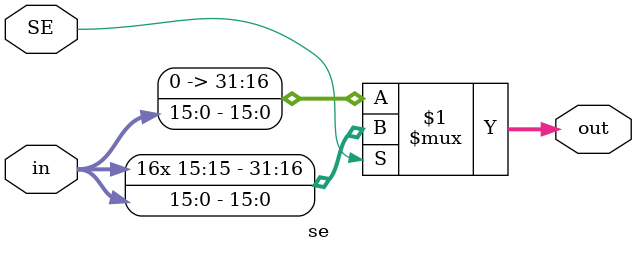
<source format=v>
`timescale 1ns / 1ps

module se(in,SE,out
    );
	input wire [15:0] in;
	input wire SE;
	output [31:0] out;
	assign out=SE?({{16{in[15]}},in}):({16'b0,in});
endmodule

</source>
